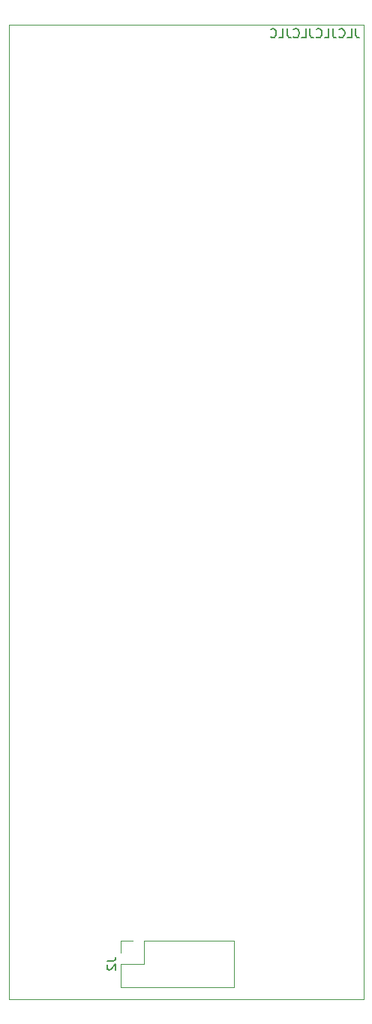
<source format=gbo>
G04 #@! TF.GenerationSoftware,KiCad,Pcbnew,(6.0.0)*
G04 #@! TF.CreationDate,2022-07-06T19:49:16+01:00*
G04 #@! TF.ProjectId,Basic-mixer,42617369-632d-46d6-9978-65722e6b6963,rev?*
G04 #@! TF.SameCoordinates,Original*
G04 #@! TF.FileFunction,Legend,Bot*
G04 #@! TF.FilePolarity,Positive*
%FSLAX46Y46*%
G04 Gerber Fmt 4.6, Leading zero omitted, Abs format (unit mm)*
G04 Created by KiCad (PCBNEW (6.0.0)) date 2022-07-06 19:49:16*
%MOMM*%
%LPD*%
G01*
G04 APERTURE LIST*
%ADD10C,0.150000*%
G04 #@! TA.AperFunction,Profile*
%ADD11C,0.050000*%
G04 #@! TD*
%ADD12C,0.120000*%
%ADD13C,1.600000*%
%ADD14O,1.600000X1.600000*%
%ADD15R,1.800000X1.800000*%
%ADD16C,1.800000*%
%ADD17O,3.700000X2.400000*%
%ADD18R,1.600000X1.600000*%
%ADD19C,4.000000*%
%ADD20R,1.700000X1.700000*%
%ADD21O,1.700000X1.700000*%
%ADD22R,1.930000X1.830000*%
%ADD23C,2.130000*%
G04 APERTURE END LIST*
D10*
X104119046Y-51452380D02*
X104119046Y-52166666D01*
X104166665Y-52309523D01*
X104261903Y-52404761D01*
X104404760Y-52452380D01*
X104499999Y-52452380D01*
X103166665Y-52452380D02*
X103642856Y-52452380D01*
X103642856Y-51452380D01*
X102261903Y-52357142D02*
X102309522Y-52404761D01*
X102452379Y-52452380D01*
X102547618Y-52452380D01*
X102690475Y-52404761D01*
X102785713Y-52309523D01*
X102833332Y-52214285D01*
X102880951Y-52023809D01*
X102880951Y-51880952D01*
X102833332Y-51690476D01*
X102785713Y-51595238D01*
X102690475Y-51500000D01*
X102547618Y-51452380D01*
X102452379Y-51452380D01*
X102309522Y-51500000D01*
X102261903Y-51547619D01*
X101547618Y-51452380D02*
X101547618Y-52166666D01*
X101595237Y-52309523D01*
X101690475Y-52404761D01*
X101833332Y-52452380D01*
X101928570Y-52452380D01*
X100595237Y-52452380D02*
X101071427Y-52452380D01*
X101071427Y-51452380D01*
X99690475Y-52357142D02*
X99738094Y-52404761D01*
X99880951Y-52452380D01*
X99976189Y-52452380D01*
X100119046Y-52404761D01*
X100214284Y-52309523D01*
X100261903Y-52214285D01*
X100309522Y-52023809D01*
X100309522Y-51880952D01*
X100261903Y-51690476D01*
X100214284Y-51595238D01*
X100119046Y-51500000D01*
X99976189Y-51452380D01*
X99880951Y-51452380D01*
X99738094Y-51500000D01*
X99690475Y-51547619D01*
X98976189Y-51452380D02*
X98976189Y-52166666D01*
X99023808Y-52309523D01*
X99119046Y-52404761D01*
X99261903Y-52452380D01*
X99357141Y-52452380D01*
X98023808Y-52452380D02*
X98499999Y-52452380D01*
X98499999Y-51452380D01*
X97119046Y-52357142D02*
X97166665Y-52404761D01*
X97309522Y-52452380D01*
X97404760Y-52452380D01*
X97547618Y-52404761D01*
X97642856Y-52309523D01*
X97690475Y-52214285D01*
X97738094Y-52023809D01*
X97738094Y-51880952D01*
X97690475Y-51690476D01*
X97642856Y-51595238D01*
X97547618Y-51500000D01*
X97404760Y-51452380D01*
X97309522Y-51452380D01*
X97166665Y-51500000D01*
X97119046Y-51547619D01*
X96404760Y-51452380D02*
X96404760Y-52166666D01*
X96452379Y-52309523D01*
X96547618Y-52404761D01*
X96690475Y-52452380D01*
X96785713Y-52452380D01*
X95452379Y-52452380D02*
X95928570Y-52452380D01*
X95928570Y-51452380D01*
X94547618Y-52357142D02*
X94595237Y-52404761D01*
X94738094Y-52452380D01*
X94833332Y-52452380D01*
X94976189Y-52404761D01*
X95071427Y-52309523D01*
X95119046Y-52214285D01*
X95166665Y-52023809D01*
X95166665Y-51880952D01*
X95119046Y-51690476D01*
X95071427Y-51595238D01*
X94976189Y-51500000D01*
X94833332Y-51452380D01*
X94738094Y-51452380D01*
X94595237Y-51500000D01*
X94547618Y-51547619D01*
D11*
X104999998Y-51000000D02*
X104999999Y-161000000D01*
X64999999Y-161000000D02*
X104999999Y-161000000D01*
X64999999Y-51000000D02*
X104999998Y-51000000D01*
X64999999Y-51000000D02*
X64999999Y-161000000D01*
D10*
X76047379Y-156661666D02*
X76761665Y-156661666D01*
X76904522Y-156614047D01*
X76999760Y-156518809D01*
X77047379Y-156375952D01*
X77047379Y-156280714D01*
X76142618Y-157090238D02*
X76094999Y-157137857D01*
X76047379Y-157233095D01*
X76047379Y-157471190D01*
X76094999Y-157566428D01*
X76142618Y-157614047D01*
X76237856Y-157661666D01*
X76333094Y-157661666D01*
X76475951Y-157614047D01*
X77047379Y-157042619D01*
X77047379Y-157661666D01*
D12*
X77594999Y-156995000D02*
X77594999Y-159595000D01*
X80194999Y-156995000D02*
X77594999Y-156995000D01*
X77594999Y-159595000D02*
X90414999Y-159595000D01*
X80194999Y-154395000D02*
X80194999Y-156995000D01*
X90414999Y-154395000D02*
X90414999Y-159595000D01*
X77594999Y-154395000D02*
X77594999Y-155725000D01*
X78924999Y-154395000D02*
X77594999Y-154395000D01*
X80194999Y-154395000D02*
X90414999Y-154395000D01*
%LPC*%
D13*
X103079999Y-138500000D03*
D14*
X92919999Y-138500000D03*
D15*
X80224999Y-92500000D03*
D16*
X82764999Y-92500000D03*
D13*
X79419999Y-143000000D03*
D14*
X89579999Y-143000000D03*
D17*
X79099999Y-122800000D03*
X79099999Y-127500000D03*
X79099999Y-132200000D03*
X83899999Y-122800000D03*
X83899999Y-127500000D03*
X83899999Y-132200000D03*
D18*
X67044887Y-140500000D03*
D13*
X69044887Y-140500000D03*
D19*
X100399999Y-128050000D03*
X91599999Y-128050000D03*
D16*
X98499999Y-135050000D03*
X95999999Y-135050000D03*
X93499999Y-135050000D03*
D19*
X100399999Y-105550000D03*
X91599999Y-105550000D03*
D16*
X98499999Y-112550000D03*
X95999999Y-112550000D03*
X93499999Y-112550000D03*
D13*
X66919999Y-68500000D03*
D14*
X77079999Y-68500000D03*
D19*
X100399999Y-83050000D03*
X91599999Y-83050000D03*
D16*
X98499999Y-90050000D03*
X95999999Y-90050000D03*
X93499999Y-90050000D03*
D20*
X78924999Y-155725000D03*
D21*
X78924999Y-158265000D03*
X81464999Y-155725000D03*
X81464999Y-158265000D03*
X84004999Y-155725000D03*
X84004999Y-158265000D03*
X86544999Y-155725000D03*
X86544999Y-158265000D03*
X89084999Y-155725000D03*
X89084999Y-158265000D03*
D22*
X95999999Y-142000000D03*
D23*
X95999999Y-153400000D03*
X95999999Y-145100000D03*
D18*
X67699999Y-152800000D03*
D14*
X70239999Y-152800000D03*
X72779999Y-152800000D03*
X75319999Y-152800000D03*
X75319999Y-145180000D03*
X72779999Y-145180000D03*
X70239999Y-145180000D03*
X67699999Y-145180000D03*
D22*
X70499999Y-98500000D03*
D23*
X70499999Y-109900000D03*
X70499999Y-101600000D03*
D15*
X80224999Y-70000000D03*
D16*
X82764999Y-70000000D03*
D22*
X70499999Y-53500000D03*
D23*
X70499999Y-64900000D03*
X70499999Y-56600000D03*
D18*
X88455111Y-138500000D03*
D13*
X86455111Y-138500000D03*
D15*
X80224999Y-115000000D03*
D16*
X82764999Y-115000000D03*
D13*
X66919999Y-136000000D03*
D14*
X77079999Y-136000000D03*
D13*
X89579999Y-146500000D03*
D14*
X79419999Y-146500000D03*
D13*
X66919999Y-113500000D03*
D14*
X77079999Y-113500000D03*
D17*
X79099999Y-100300000D03*
X79099999Y-105000000D03*
X79099999Y-109700000D03*
X83899999Y-100300000D03*
X83899999Y-105000000D03*
X83899999Y-109700000D03*
X79099999Y-77800000D03*
X79099999Y-82500000D03*
X79099999Y-87200000D03*
X83899999Y-77800000D03*
X83899999Y-82500000D03*
X83899999Y-87200000D03*
D22*
X70499999Y-76000000D03*
D23*
X70499999Y-87400000D03*
X70499999Y-79100000D03*
D13*
X103079999Y-71000000D03*
D14*
X92919999Y-71000000D03*
D13*
X79419999Y-150000000D03*
D14*
X89579999Y-150000000D03*
D13*
X103079999Y-93500000D03*
D14*
X92919999Y-93500000D03*
D15*
X80224999Y-137500000D03*
D16*
X82764999Y-137500000D03*
D19*
X91599999Y-60550000D03*
X100399999Y-60550000D03*
D16*
X98499999Y-67550000D03*
X95999999Y-67550000D03*
X93499999Y-67550000D03*
D18*
X101999999Y-157044887D03*
D13*
X101999999Y-159044887D03*
D17*
X79099999Y-55300000D03*
X79099999Y-60000000D03*
X79099999Y-64700000D03*
X83899999Y-55300000D03*
X83899999Y-60000000D03*
X83899999Y-64700000D03*
D13*
X66919999Y-91000000D03*
D14*
X77079999Y-91000000D03*
D18*
X71499999Y-157500000D03*
D13*
X73499999Y-157500000D03*
D18*
X88455111Y-93500000D03*
D13*
X86455111Y-93500000D03*
D18*
X88455112Y-71000000D03*
D13*
X86455112Y-71000000D03*
D22*
X70499999Y-121000000D03*
D23*
X70499999Y-132400000D03*
X70499999Y-124100000D03*
D13*
X103079999Y-116000000D03*
D14*
X92919999Y-116000000D03*
D18*
X88499999Y-116000000D03*
D13*
X86499999Y-116000000D03*
M02*

</source>
